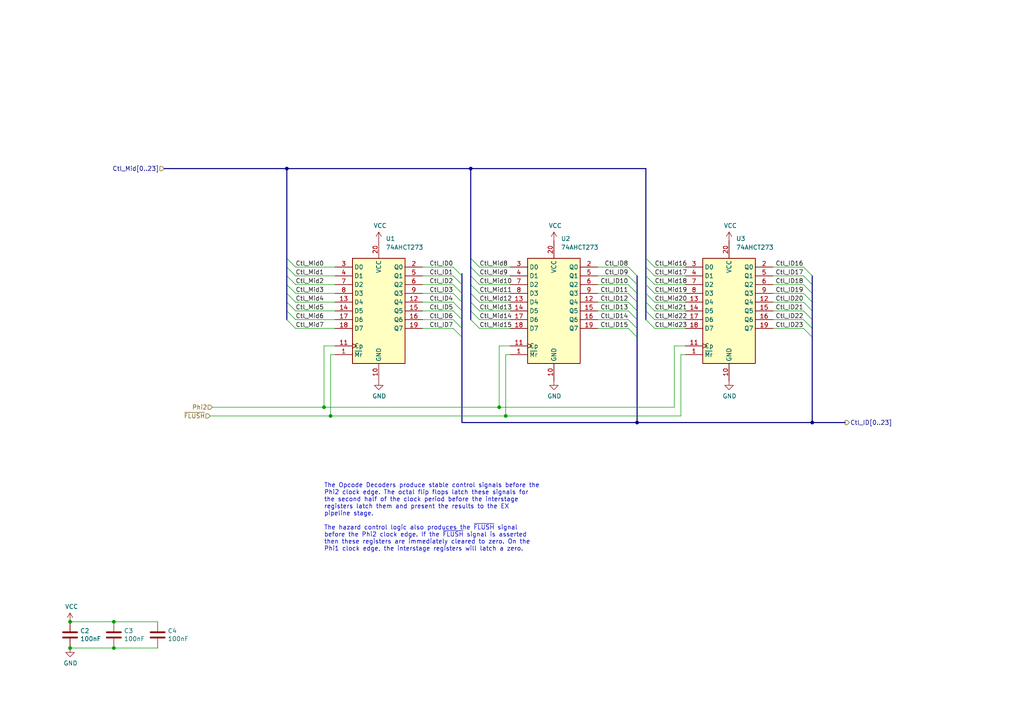
<source format=kicad_sch>
(kicad_sch (version 20211123) (generator eeschema)
  (paper "A4")
  (title_block (date "2022-09-24") (rev "B"))
  (lib_symbols
    (symbol "74xx:74HC273"
      (property "Reference" "U" (at -7.62 16.51 0))
      (property "Value" "74HC273" (at -7.62 -16.51 0))
      (symbol "74HC273_1_0"
        (pin input line (at -12.7 -12.7 0) (length 5.08) (name "~{Mr}") (number "1"))
        (pin power_in line (at 0 -20.32 90) (length 5.08) (name "GND") (number "10"))
        (pin input clock (at -12.7 -10.16 0) (length 5.08) (name "Cp") (number "11"))
        (pin output line (at 12.7 2.54 180) (length 5.08) (name "Q4") (number "12"))
        (pin input line (at -12.7 2.54 0) (length 5.08) (name "D4") (number "13"))
        (pin input line (at -12.7 0 0) (length 5.08) (name "D5") (number "14"))
        (pin output line (at 12.7 0 180) (length 5.08) (name "Q5") (number "15"))
        (pin output line (at 12.7 -2.54 180) (length 5.08) (name "Q6") (number "16"))
        (pin input line (at -12.7 -2.54 0) (length 5.08) (name "D6") (number "17"))
        (pin input line (at -12.7 -5.08 0) (length 5.08) (name "D7") (number "18"))
        (pin output line (at 12.7 -5.08 180) (length 5.08) (name "Q7") (number "19"))
        (pin output line (at 12.7 12.7 180) (length 5.08) (name "Q0") (number "2"))
        (pin power_in line (at 0 20.32 270) (length 5.08) (name "VCC") (number "20"))
        (pin input line (at -12.7 12.7 0) (length 5.08) (name "D0") (number "3"))
        (pin input line (at -12.7 10.16 0) (length 5.08) (name "D1") (number "4"))
        (pin output line (at 12.7 10.16 180) (length 5.08) (name "Q1") (number "5"))
        (pin output line (at 12.7 7.62 180) (length 5.08) (name "Q2") (number "6"))
        (pin input line (at -12.7 7.62 0) (length 5.08) (name "D2") (number "7"))
        (pin input line (at -12.7 5.08 0) (length 5.08) (name "D3") (number "8"))
        (pin output line (at 12.7 5.08 180) (length 5.08) (name "Q3") (number "9"))
      )
      (symbol "74HC273_1_1"
        (rectangle (start -7.62 15.24) (end 7.62 -15.24) (stroke (width 0.254)) (fill (type background)))
      )
    )
    (symbol "Device:C" (pin_numbers hide) (pin_names (offset 0.254))
      (property "Reference" "C" (at 0.635 2.54 0))
      (property "Value" "C" (at 0.635 -2.54 0))
      (symbol "C_0_1"
        (polyline (pts (xy -2.032 -0.762) (xy 2.032 -0.762)) (stroke (width 0.508)))
        (polyline (pts (xy -2.032 0.762) (xy 2.032 0.762)) (stroke (width 0.508)))
      )
      (symbol "C_1_1"
        (pin passive line (at 0 3.81 270) (length 2.794) (name "~") (number "1"))
        (pin passive line (at 0 -3.81 90) (length 2.794) (name "~") (number "2"))
      )
    )
    (symbol "power:GND" (power) (pin_names (offset 0))
      (property "Value" "GND" (at 0 -3.81 0))
      (symbol "GND_0_1"
        (polyline (pts (xy 0 0) (xy 0 -1.27) (xy 1.27 -1.27) (xy 0 -2.54) (xy -1.27 -1.27) (xy 0 -1.27)))
      )
      (symbol "GND_1_1"
        (pin power_in line (at 0 0 270) (length 0) hide (name "GND") (number "1"))
      )
    )
    (symbol "power:VCC" (power) (pin_names (offset 0))
      (property "Value" "VCC" (at 0 3.81 0))
      (symbol "VCC_0_1"
        (polyline (pts (xy -0.762 1.27) (xy 0 2.54)))
        (polyline (pts (xy 0 0) (xy 0 2.54)))
        (polyline (pts (xy 0 2.54) (xy 0.762 1.27)))
      )
      (symbol "VCC_1_1"
        (pin power_in line (at 0 0 90) (length 0) hide (name "VCC") (number "1"))
      )
    )
  )
  (junction (at 144.78 118.11))
  (junction (at 20.32 187.96))
  (junction (at 184.785 122.555))
  (junction (at 146.685 120.65))
  (junction (at 33.02 187.96))
  (junction (at 95.885 120.65))
  (junction (at 83.185 48.895))
  (junction (at 235.585 122.555))
  (junction (at 136.525 48.895))
  (junction (at 93.98 118.11))
  (junction (at 33.02 180.34))
  (junction (at 20.32 180.34))
  (bus_entry (at 184.785 90.17) (size -2.54 -2.54))
  (bus_entry (at 235.585 95.25) (size -2.54 -2.54))
  (bus_entry (at 139.065 77.47) (size -2.54 -2.54))
  (bus_entry (at 235.585 92.71) (size -2.54 -2.54))
  (bus_entry (at 139.065 87.63) (size -2.54 -2.54))
  (bus_entry (at 139.065 80.01) (size -2.54 -2.54))
  (bus_entry (at 184.785 87.63) (size -2.54 -2.54))
  (bus_entry (at 133.985 97.79) (size -2.54 -2.54))
  (bus_entry (at 133.985 82.55) (size -2.54 -2.54))
  (bus_entry (at 189.865 77.47) (size -2.54 -2.54))
  (bus_entry (at 85.725 92.71) (size -2.54 -2.54))
  (bus_entry (at 85.725 95.25) (size -2.54 -2.54))
  (bus_entry (at 235.585 80.01) (size -2.54 -2.54))
  (bus_entry (at 133.985 87.63) (size -2.54 -2.54))
  (bus_entry (at 139.065 85.09) (size -2.54 -2.54))
  (bus_entry (at 235.585 82.55) (size -2.54 -2.54))
  (bus_entry (at 189.865 92.71) (size -2.54 -2.54))
  (bus_entry (at 139.065 92.71) (size -2.54 -2.54))
  (bus_entry (at 139.065 82.55) (size -2.54 -2.54))
  (bus_entry (at 184.785 85.09) (size -2.54 -2.54))
  (bus_entry (at 85.725 87.63) (size -2.54 -2.54))
  (bus_entry (at 85.725 90.17) (size -2.54 -2.54))
  (bus_entry (at 85.725 77.47) (size -2.54 -2.54))
  (bus_entry (at 85.725 80.01) (size -2.54 -2.54))
  (bus_entry (at 85.725 82.55) (size -2.54 -2.54))
  (bus_entry (at 85.725 85.09) (size -2.54 -2.54))
  (bus_entry (at 235.585 85.09) (size -2.54 -2.54))
  (bus_entry (at 133.985 95.25) (size -2.54 -2.54))
  (bus_entry (at 133.985 92.71) (size -2.54 -2.54))
  (bus_entry (at 189.865 82.55) (size -2.54 -2.54))
  (bus_entry (at 235.585 97.79) (size -2.54 -2.54))
  (bus_entry (at 133.985 85.09) (size -2.54 -2.54))
  (bus_entry (at 189.865 95.25) (size -2.54 -2.54))
  (bus_entry (at 189.865 90.17) (size -2.54 -2.54))
  (bus_entry (at 133.985 80.01) (size -2.54 -2.54))
  (bus_entry (at 184.785 95.25) (size -2.54 -2.54))
  (bus_entry (at 184.785 92.71) (size -2.54 -2.54))
  (bus_entry (at 184.785 82.55) (size -2.54 -2.54))
  (bus_entry (at 189.865 85.09) (size -2.54 -2.54))
  (bus_entry (at 235.585 87.63) (size -2.54 -2.54))
  (bus_entry (at 139.065 95.25) (size -2.54 -2.54))
  (bus_entry (at 133.985 90.17) (size -2.54 -2.54))
  (bus_entry (at 189.865 87.63) (size -2.54 -2.54))
  (bus_entry (at 189.865 80.01) (size -2.54 -2.54))
  (bus_entry (at 235.585 90.17) (size -2.54 -2.54))
  (bus_entry (at 184.785 80.01) (size -2.54 -2.54))
  (bus_entry (at 139.065 90.17) (size -2.54 -2.54))
  (bus_entry (at 184.785 97.79) (size -2.54 -2.54))
  (wire (pts (xy 233.045 90.17) (xy 224.155 90.17)))
  (bus (pts (xy 83.185 87.63) (xy 83.185 90.17)))
  (bus (pts (xy 133.985 90.17) (xy 133.985 92.71)))
  (wire (pts (xy 85.725 77.47) (xy 97.155 77.47)))
  (wire (pts (xy 144.78 100.33) (xy 144.78 118.11)))
  (bus (pts (xy 136.525 80.01) (xy 136.525 82.55)))
  (wire (pts (xy 33.02 180.34) (xy 45.72 180.34)))
  (wire (pts (xy 85.725 95.25) (xy 97.155 95.25)))
  (wire (pts (xy 131.445 85.09) (xy 122.555 85.09)))
  (bus (pts (xy 83.185 90.17) (xy 83.185 92.71)))
  (wire (pts (xy 85.725 87.63) (xy 97.155 87.63)))
  (wire (pts (xy 93.98 100.33) (xy 93.98 118.11)))
  (bus (pts (xy 235.585 97.79) (xy 235.585 122.555)))
  (wire (pts (xy 189.865 95.25) (xy 198.755 95.25)))
  (wire (pts (xy 20.32 180.34) (xy 33.02 180.34)))
  (bus (pts (xy 187.325 80.01) (xy 187.325 82.55)))
  (bus (pts (xy 184.785 122.555) (xy 235.585 122.555)))
  (bus (pts (xy 136.525 77.47) (xy 136.525 80.01)))
  (bus (pts (xy 235.585 90.17) (xy 235.585 92.71)))
  (bus (pts (xy 136.525 85.09) (xy 136.525 87.63)))
  (wire (pts (xy 139.065 80.01) (xy 147.955 80.01)))
  (wire (pts (xy 131.445 77.47) (xy 122.555 77.47)))
  (bus (pts (xy 235.585 95.25) (xy 235.585 97.79)))
  (wire (pts (xy 195.58 100.33) (xy 195.58 118.11)))
  (wire (pts (xy 146.685 120.65) (xy 197.485 120.65)))
  (bus (pts (xy 235.585 87.63) (xy 235.585 90.17)))
  (bus (pts (xy 184.785 87.63) (xy 184.785 90.17)))
  (wire (pts (xy 189.865 85.09) (xy 198.755 85.09)))
  (wire (pts (xy 147.955 100.33) (xy 144.78 100.33)))
  (bus (pts (xy 83.185 48.895) (xy 83.185 74.93)))
  (wire (pts (xy 233.045 80.01) (xy 224.155 80.01)))
  (wire (pts (xy 131.445 82.55) (xy 122.555 82.55)))
  (wire (pts (xy 189.865 87.63) (xy 198.755 87.63)))
  (wire (pts (xy 139.065 90.17) (xy 147.955 90.17)))
  (wire (pts (xy 139.065 77.47) (xy 147.955 77.47)))
  (wire (pts (xy 144.78 118.11) (xy 195.58 118.11)))
  (wire (pts (xy 85.725 92.71) (xy 97.155 92.71)))
  (wire (pts (xy 85.725 85.09) (xy 97.155 85.09)))
  (bus (pts (xy 184.785 97.79) (xy 184.785 122.555)))
  (wire (pts (xy 182.245 80.01) (xy 173.355 80.01)))
  (bus (pts (xy 133.985 92.71) (xy 133.985 95.25)))
  (bus (pts (xy 83.185 82.55) (xy 83.185 85.09)))
  (wire (pts (xy 233.045 82.55) (xy 224.155 82.55)))
  (bus (pts (xy 136.525 48.895) (xy 187.325 48.895)))
  (bus (pts (xy 83.185 74.93) (xy 83.185 77.47)))
  (bus (pts (xy 187.325 74.93) (xy 187.325 77.47)))
  (wire (pts (xy 182.245 77.47) (xy 173.355 77.47)))
  (bus (pts (xy 184.785 92.71) (xy 184.785 95.25)))
  (wire (pts (xy 182.245 90.17) (xy 173.355 90.17)))
  (wire (pts (xy 198.755 102.87) (xy 197.485 102.87)))
  (wire (pts (xy 131.445 95.25) (xy 122.555 95.25)))
  (bus (pts (xy 83.185 80.01) (xy 83.185 82.55)))
  (bus (pts (xy 133.985 87.63) (xy 133.985 90.17)))
  (wire (pts (xy 97.155 100.33) (xy 93.98 100.33)))
  (bus (pts (xy 83.185 77.47) (xy 83.185 80.01)))
  (wire (pts (xy 131.445 80.01) (xy 122.555 80.01)))
  (bus (pts (xy 47.625 48.895) (xy 83.185 48.895)))
  (wire (pts (xy 139.065 82.55) (xy 147.955 82.55)))
  (wire (pts (xy 131.445 92.71) (xy 122.555 92.71)))
  (wire (pts (xy 95.885 102.87) (xy 95.885 120.65)))
  (wire (pts (xy 97.155 102.87) (xy 95.885 102.87)))
  (bus (pts (xy 136.525 74.93) (xy 136.525 77.47)))
  (wire (pts (xy 198.755 100.33) (xy 195.58 100.33)))
  (wire (pts (xy 233.045 95.25) (xy 224.155 95.25)))
  (wire (pts (xy 85.725 80.01) (xy 97.155 80.01)))
  (bus (pts (xy 187.325 77.47) (xy 187.325 80.01)))
  (bus (pts (xy 133.985 80.01) (xy 133.985 82.55)))
  (wire (pts (xy 93.98 118.11) (xy 61.595 118.11)))
  (wire (pts (xy 139.065 92.71) (xy 147.955 92.71)))
  (bus (pts (xy 187.325 48.895) (xy 187.325 74.93)))
  (wire (pts (xy 131.445 87.63) (xy 122.555 87.63)))
  (bus (pts (xy 133.985 95.25) (xy 133.985 97.79)))
  (wire (pts (xy 189.865 90.17) (xy 198.755 90.17)))
  (wire (pts (xy 33.02 187.96) (xy 20.32 187.96)))
  (wire (pts (xy 139.065 95.25) (xy 147.955 95.25)))
  (wire (pts (xy 189.865 92.71) (xy 198.755 92.71)))
  (bus (pts (xy 136.525 90.17) (xy 136.525 92.71)))
  (bus (pts (xy 136.525 48.895) (xy 136.525 74.93)))
  (bus (pts (xy 133.985 97.79) (xy 133.985 122.555)))
  (wire (pts (xy 139.065 85.09) (xy 147.955 85.09)))
  (wire (pts (xy 233.045 77.47) (xy 224.155 77.47)))
  (bus (pts (xy 187.325 82.55) (xy 187.325 85.09)))
  (wire (pts (xy 189.865 82.55) (xy 198.755 82.55)))
  (wire (pts (xy 131.445 90.17) (xy 122.555 90.17)))
  (bus (pts (xy 184.785 85.09) (xy 184.785 87.63)))
  (wire (pts (xy 233.045 87.63) (xy 224.155 87.63)))
  (bus (pts (xy 83.185 85.09) (xy 83.185 87.63)))
  (bus (pts (xy 235.585 92.71) (xy 235.585 95.25)))
  (wire (pts (xy 95.885 120.65) (xy 60.96 120.65)))
  (bus (pts (xy 235.585 85.09) (xy 235.585 87.63)))
  (wire (pts (xy 233.045 92.71) (xy 224.155 92.71)))
  (wire (pts (xy 182.245 87.63) (xy 173.355 87.63)))
  (bus (pts (xy 133.985 82.55) (xy 133.985 85.09)))
  (bus (pts (xy 184.785 122.555) (xy 133.985 122.555)))
  (bus (pts (xy 83.185 48.895) (xy 136.525 48.895)))
  (wire (pts (xy 146.685 102.87) (xy 146.685 120.65)))
  (wire (pts (xy 233.045 85.09) (xy 224.155 85.09)))
  (bus (pts (xy 235.585 80.01) (xy 235.585 82.55)))
  (wire (pts (xy 182.245 92.71) (xy 173.355 92.71)))
  (bus (pts (xy 184.785 80.01) (xy 184.785 82.55)))
  (wire (pts (xy 189.865 80.01) (xy 198.755 80.01)))
  (bus (pts (xy 133.985 79.375) (xy 133.985 80.01)))
  (bus (pts (xy 184.785 95.25) (xy 184.785 97.79)))
  (bus (pts (xy 136.525 82.55) (xy 136.525 85.09)))
  (bus (pts (xy 245.11 122.555) (xy 235.585 122.555)))
  (wire (pts (xy 85.725 82.55) (xy 97.155 82.55)))
  (bus (pts (xy 136.525 87.63) (xy 136.525 90.17)))
  (wire (pts (xy 147.955 102.87) (xy 146.685 102.87)))
  (bus (pts (xy 187.325 90.17) (xy 187.325 92.71)))
  (wire (pts (xy 197.485 102.87) (xy 197.485 120.65)))
  (wire (pts (xy 45.72 187.96) (xy 33.02 187.96)))
  (wire (pts (xy 139.065 87.63) (xy 147.955 87.63)))
  (wire (pts (xy 93.98 118.11) (xy 144.78 118.11)))
  (bus (pts (xy 184.785 90.17) (xy 184.785 92.71)))
  (wire (pts (xy 182.245 95.25) (xy 173.355 95.25)))
  (wire (pts (xy 182.245 82.55) (xy 173.355 82.55)))
  (wire (pts (xy 95.885 120.65) (xy 146.685 120.65)))
  (bus (pts (xy 187.325 85.09) (xy 187.325 87.63)))
  (wire (pts (xy 182.245 85.09) (xy 173.355 85.09)))
  (bus (pts (xy 235.585 82.55) (xy 235.585 85.09)))
  (bus (pts (xy 187.325 87.63) (xy 187.325 90.17)))
  (bus (pts (xy 184.785 82.55) (xy 184.785 85.09)))
  (bus (pts (xy 133.985 85.09) (xy 133.985 87.63)))
  (wire (pts (xy 85.725 90.17) (xy 97.155 90.17)))
  (wire (pts (xy 189.865 77.47) (xy 198.755 77.47)))
  (text "The Opcode Decoders produce stable control signals before the\nPhi2 clock edge. The octal flip flops latch these signals for\nthe second half of the clock period before the interstage\nregisters latch them and present the results to the EX\npipeline stage.\n\nThe hazard control logic also produces the ~{FLUSH} signal\nbefore the Phi2 clock edge. If the ~{FLUSH} signal is asserted\nthen these registers are immediately cleared to zero. On the\nPhi1 clock edge, the interstage registers will latch a zero." (at 93.98 160.02 0) (effects (font (size 1.27 1.27)) (justify left bottom)))
  (label "Ctl_Mid23" (at 189.865 95.25 0))
  (label "Ctl_Mid0" (at 85.725 77.47 0))
  (label "Ctl_Mid20" (at 189.865 87.63 0))
  (label "Ctl_ID0" (at 131.445 77.47 180))
  (label "Ctl_ID11" (at 182.245 85.09 180))
  (label "Ctl_Mid17" (at 189.865 80.01 0))
  (label "Ctl_Mid6" (at 85.725 92.71 0))
  (label "Ctl_ID7" (at 131.445 95.25 180))
  (label "Ctl_Mid19" (at 189.865 85.09 0))
  (label "Ctl_Mid9" (at 139.065 80.01 0))
  (label "Ctl_Mid3" (at 85.725 85.09 0))
  (label "Ctl_Mid7" (at 85.725 95.25 0))
  (label "Ctl_ID12" (at 182.245 87.63 180))
  (label "Ctl_Mid11" (at 139.065 85.09 0))
  (label "Ctl_ID19" (at 233.045 85.09 180))
  (label "Ctl_Mid8" (at 139.065 77.47 0))
  (label "Ctl_Mid1" (at 85.725 80.01 0))
  (label "Ctl_ID1" (at 131.445 80.01 180))
  (label "Ctl_ID8" (at 182.245 77.47 180))
  (label "Ctl_Mid2" (at 85.725 82.55 0))
  (label "Ctl_Mid10" (at 139.065 82.55 0))
  (label "Ctl_Mid22" (at 189.865 92.71 0))
  (label "Ctl_Mid16" (at 189.865 77.47 0))
  (label "Ctl_ID14" (at 182.245 92.71 180))
  (label "Ctl_ID20" (at 233.045 87.63 180))
  (label "Ctl_Mid5" (at 85.725 90.17 0))
  (label "Ctl_Mid15" (at 139.065 95.25 0))
  (label "Ctl_ID13" (at 182.245 90.17 180))
  (label "Ctl_ID2" (at 131.445 82.55 180))
  (label "Ctl_ID6" (at 131.445 92.71 180))
  (label "Ctl_Mid13" (at 139.065 90.17 0))
  (label "Ctl_Mid4" (at 85.725 87.63 0))
  (label "Ctl_Mid12" (at 139.065 87.63 0))
  (label "Ctl_ID10" (at 182.245 82.55 180))
  (label "Ctl_Mid14" (at 139.065 92.71 0))
  (label "Ctl_ID22" (at 233.045 92.71 180))
  (label "Ctl_ID4" (at 131.445 87.63 180))
  (label "Ctl_Mid21" (at 189.865 90.17 0))
  (label "Ctl_ID5" (at 131.445 90.17 180))
  (label "Ctl_ID16" (at 233.045 77.47 180))
  (label "Ctl_ID21" (at 233.045 90.17 180))
  (label "Ctl_ID3" (at 131.445 85.09 180))
  (label "Ctl_ID18" (at 233.045 82.55 180))
  (label "Ctl_ID17" (at 233.045 80.01 180))
  (label "Ctl_Mid18" (at 189.865 82.55 0))
  (label "Ctl_ID23" (at 233.045 95.25 180))
  (label "Ctl_ID9" (at 182.245 80.01 180))
  (label "Ctl_ID15" (at 182.245 95.25 180))
  (hierarchical_label "Phi2" (shape input) (at 61.595 118.11 180))
  (hierarchical_label "~{FLUSH}" (shape input) (at 60.96 120.65 180))
  (hierarchical_label "Ctl_Mid[0..23]" (shape input) (at 47.625 48.895 180))
  (hierarchical_label "Ctl_ID[0..23]" (shape output) (at 245.11 122.555 0))
  (symbol (lib_id "power:VCC") (at 109.855 69.85 0) (unit 1)
    (property "Reference" "#PWR09" (effects hide))
    (property "Value" "VCC" (at 110.236 65.4558 0))
  )
  (symbol (lib_id "74xx:74HC273") (at 211.455 90.17 0) (unit 1)
    (property "Reference" "U3" (at 213.4744 69.215 0) (effects (justify left)))
    (property "Value" "74AHCT273" (at 213.4744 71.755 0) (effects (justify left)))
    (property "Footprint" "Package_SO:TSSOP-20_4.4x6.5mm_P0.65mm" (effects hide))
    (property "Datasheet" "https://www.mouser.com/datasheet/2/916/74AHC_AHCT273-1597419.pdf" (effects hide))
    (property "Mouser" "https://www.mouser.com/ProductDetail/Nexperia/74AHCT273PW118?qs=P62ublwmbi8gP6vEF3PWfA%3D%3D" (effects hide))
  )
  (symbol (lib_id "power:VCC") (at 20.32 180.34 0) (unit 1)
    (property "Reference" "#PWR07" (effects hide))
    (property "Value" "VCC" (at 20.7518 175.9458 0))
  )
  (symbol (lib_id "Device:C") (at 45.72 184.15 0) (unit 1)
    (property "Reference" "C4" (at 48.641 182.9816 0) (effects (justify left)))
    (property "Value" "100nF" (at 48.641 185.293 0) (effects (justify left)))
    (property "Footprint" "Capacitor_SMD:C_0603_1608Metric_Pad1.08x0.95mm_HandSolder" (effects hide))
    (property "Mouser" "https://www.mouser.com/ProductDetail/963-EMK107B7104KAHT" (effects hide))
  )
  (symbol (lib_id "Device:C") (at 33.02 184.15 0) (unit 1)
    (property "Reference" "C3" (at 35.941 182.9816 0) (effects (justify left)))
    (property "Value" "100nF" (at 35.941 185.293 0) (effects (justify left)))
    (property "Footprint" "Capacitor_SMD:C_0603_1608Metric_Pad1.08x0.95mm_HandSolder" (effects hide))
    (property "Mouser" "https://www.mouser.com/ProductDetail/963-EMK107B7104KAHT" (effects hide))
  )
  (symbol (lib_id "power:GND") (at 109.855 110.49 0) (unit 1)
    (property "Reference" "#PWR010" (effects hide))
    (property "Value" "GND" (at 109.982 114.8842 0))
  )
  (symbol (lib_id "power:GND") (at 160.655 110.49 0) (unit 1)
    (property "Reference" "#PWR012" (effects hide))
    (property "Value" "GND" (at 160.782 114.8842 0))
  )
  (symbol (lib_id "power:VCC") (at 211.455 69.85 0) (unit 1)
    (property "Reference" "#PWR013" (effects hide))
    (property "Value" "VCC" (at 211.836 65.4558 0))
  )
  (symbol (lib_id "power:GND") (at 20.32 187.96 0) (unit 1)
    (property "Reference" "#PWR08" (effects hide))
    (property "Value" "GND" (at 20.447 192.3542 0))
  )
  (symbol (lib_id "74xx:74HC273") (at 109.855 90.17 0) (unit 1)
    (property "Reference" "U1" (at 111.8744 69.215 0) (effects (justify left)))
    (property "Value" "74AHCT273" (at 111.8744 71.755 0) (effects (justify left)))
    (property "Footprint" "Package_SO:TSSOP-20_4.4x6.5mm_P0.65mm" (effects hide))
    (property "Datasheet" "https://www.mouser.com/datasheet/2/916/74AHC_AHCT273-1597419.pdf" (effects hide))
    (property "Mouser" "https://www.mouser.com/ProductDetail/Nexperia/74AHCT273PW118?qs=P62ublwmbi8gP6vEF3PWfA%3D%3D" (effects hide))
  )
  (symbol (lib_id "power:GND") (at 211.455 110.49 0) (unit 1)
    (property "Reference" "#PWR014" (effects hide))
    (property "Value" "GND" (at 211.582 114.8842 0))
  )
  (symbol (lib_id "Device:C") (at 20.32 184.15 0) (unit 1)
    (property "Reference" "C2" (at 23.241 182.9816 0) (effects (justify left)))
    (property "Value" "100nF" (at 23.241 185.293 0) (effects (justify left)))
    (property "Footprint" "Capacitor_SMD:C_0603_1608Metric_Pad1.08x0.95mm_HandSolder" (effects hide))
    (property "Mouser" "https://www.mouser.com/ProductDetail/963-EMK107B7104KAHT" (effects hide))
  )
  (symbol (lib_id "power:VCC") (at 160.655 69.85 0) (unit 1)
    (property "Reference" "#PWR011" (effects hide))
    (property "Value" "VCC" (at 161.036 65.4558 0))
  )
  (symbol (lib_id "74xx:74HC273") (at 160.655 90.17 0) (unit 1)
    (property "Reference" "U2" (at 162.6744 69.215 0) (effects (justify left)))
    (property "Value" "74AHCT273" (at 162.6744 71.755 0) (effects (justify left)))
    (property "Footprint" "Package_SO:TSSOP-20_4.4x6.5mm_P0.65mm" (effects hide))
    (property "Datasheet" "https://www.mouser.com/datasheet/2/916/74AHC_AHCT273-1597419.pdf" (effects hide))
    (property "Mouser" "https://www.mouser.com/ProductDetail/Nexperia/74AHCT273PW118?qs=P62ublwmbi8gP6vEF3PWfA%3D%3D" (effects hide))
  )
)
</source>
